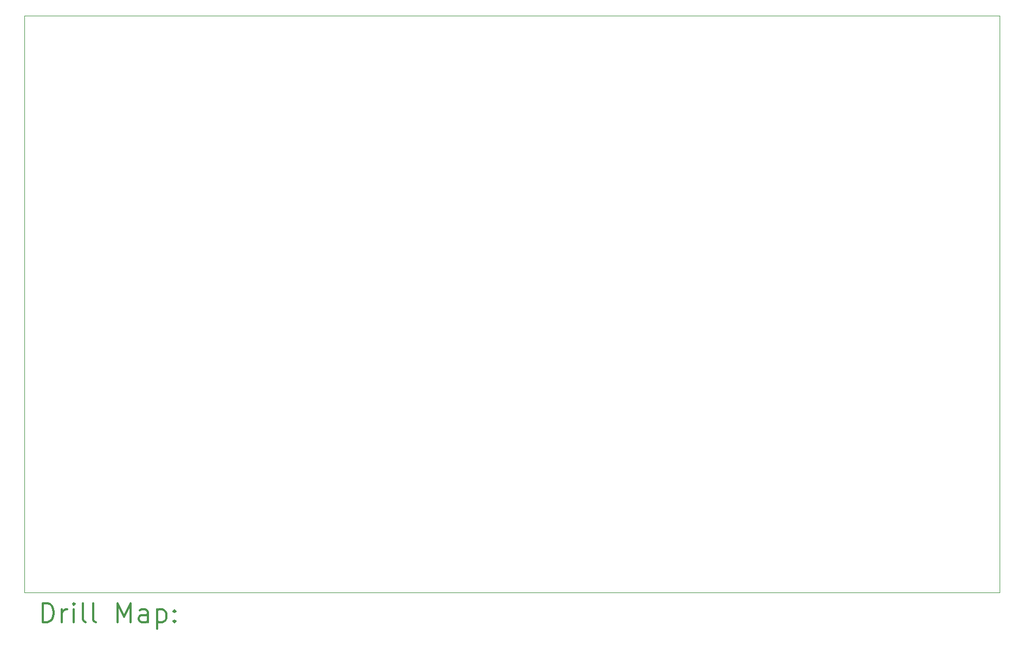
<source format=gbr>
%FSLAX45Y45*%
G04 Gerber Fmt 4.5, Leading zero omitted, Abs format (unit mm)*
G04 Created by KiCad (PCBNEW (5.1.2)-1) date 2019-05-07 06:54:43*
%MOMM*%
%LPD*%
G04 APERTURE LIST*
%ADD10C,0.050000*%
%ADD11C,0.200000*%
%ADD12C,0.300000*%
G04 APERTURE END LIST*
D10*
X5207000Y-4064000D02*
X4953000Y-4064000D01*
X4953000Y-13081000D02*
X5207000Y-13081000D01*
X4953000Y-4064000D02*
X4953000Y-13081000D01*
X20193000Y-4064000D02*
X20193000Y-13081000D01*
X20193000Y-4064000D02*
X5207000Y-4064000D01*
X5207000Y-13081000D02*
X20193000Y-13081000D01*
D11*
D12*
X5236928Y-13549214D02*
X5236928Y-13249214D01*
X5308357Y-13249214D01*
X5351214Y-13263500D01*
X5379786Y-13292071D01*
X5394071Y-13320643D01*
X5408357Y-13377786D01*
X5408357Y-13420643D01*
X5394071Y-13477786D01*
X5379786Y-13506357D01*
X5351214Y-13534929D01*
X5308357Y-13549214D01*
X5236928Y-13549214D01*
X5536928Y-13549214D02*
X5536928Y-13349214D01*
X5536928Y-13406357D02*
X5551214Y-13377786D01*
X5565500Y-13363500D01*
X5594071Y-13349214D01*
X5622643Y-13349214D01*
X5722643Y-13549214D02*
X5722643Y-13349214D01*
X5722643Y-13249214D02*
X5708357Y-13263500D01*
X5722643Y-13277786D01*
X5736928Y-13263500D01*
X5722643Y-13249214D01*
X5722643Y-13277786D01*
X5908357Y-13549214D02*
X5879786Y-13534929D01*
X5865500Y-13506357D01*
X5865500Y-13249214D01*
X6065500Y-13549214D02*
X6036928Y-13534929D01*
X6022643Y-13506357D01*
X6022643Y-13249214D01*
X6408357Y-13549214D02*
X6408357Y-13249214D01*
X6508357Y-13463500D01*
X6608357Y-13249214D01*
X6608357Y-13549214D01*
X6879786Y-13549214D02*
X6879786Y-13392071D01*
X6865500Y-13363500D01*
X6836928Y-13349214D01*
X6779786Y-13349214D01*
X6751214Y-13363500D01*
X6879786Y-13534929D02*
X6851214Y-13549214D01*
X6779786Y-13549214D01*
X6751214Y-13534929D01*
X6736928Y-13506357D01*
X6736928Y-13477786D01*
X6751214Y-13449214D01*
X6779786Y-13434929D01*
X6851214Y-13434929D01*
X6879786Y-13420643D01*
X7022643Y-13349214D02*
X7022643Y-13649214D01*
X7022643Y-13363500D02*
X7051214Y-13349214D01*
X7108357Y-13349214D01*
X7136928Y-13363500D01*
X7151214Y-13377786D01*
X7165500Y-13406357D01*
X7165500Y-13492071D01*
X7151214Y-13520643D01*
X7136928Y-13534929D01*
X7108357Y-13549214D01*
X7051214Y-13549214D01*
X7022643Y-13534929D01*
X7294071Y-13520643D02*
X7308357Y-13534929D01*
X7294071Y-13549214D01*
X7279786Y-13534929D01*
X7294071Y-13520643D01*
X7294071Y-13549214D01*
X7294071Y-13363500D02*
X7308357Y-13377786D01*
X7294071Y-13392071D01*
X7279786Y-13377786D01*
X7294071Y-13363500D01*
X7294071Y-13392071D01*
M02*

</source>
